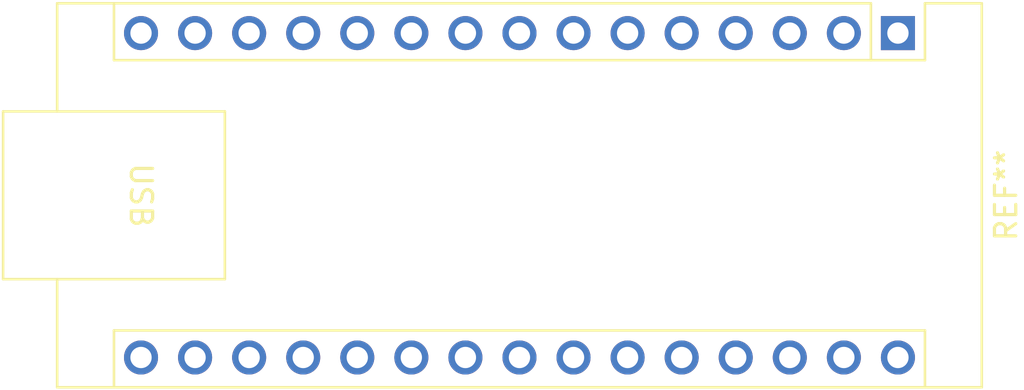
<source format=kicad_pcb>
(kicad_pcb (version 20211014) (generator pcbnew)
  (layers (0 "F.Cu" signal) (31 "B.Cu" signal) (34 "B.Paste" user) (35 "F.Paste" user) (36 "B.SilkS" user "B.Silkscreen") (37 "F.SilkS" user "F.Silkscreen") (38 "B.Mask" user) (39 "F.Mask" user) (44 "Edge.Cuts" user))
  (net 0 "")
  (footprint "Module:Arduino_Nano" (layer "F.Cu") (at 71.12 27.94 -90)
    (fp_text reference "REF**" (at 7.62 -5.08 90) (layer "F.SilkS"))
    (fp_text value "Arduino_Nano")
    (fp_text user "USB" (at 7.62 35.56 -90 unlocked) (layer "F.SilkS"))
    (fp_line (start -1.4 39.5) (end 3.68 39.5) (layer "F.SilkS") (width 0.12))
    (fp_line (start 11.56 31.62) (end 11.56 42.04) (layer "F.SilkS") (width 0.12))
    (fp_line (start 13.97 -1.27) (end 16.64 -1.27) (layer "F.SilkS") (width 0.12))
    (fp_line (start 16.64 -3.94) (end -1.4 -3.94) (layer "F.SilkS") (width 0.12))
    (fp_line (start -1.4 1.27) (end -1.4 39.5) (layer "F.SilkS") (width 0.12))
    (fp_line (start 13.97 36.83) (end 16.64 36.83) (layer "F.SilkS") (width 0.12))
    (fp_line (start 16.64 39.5) (end 11.56 39.5) (layer "F.SilkS") (width 0.12))
    (fp_line (start 1.27 36.83) (end -1.4 36.83) (layer "F.SilkS") (width 0.12))
    (fp_line (start 16.64 39.5) (end 16.64 -3.94) (layer "F.SilkS") (width 0.12))
    (fp_line (start 1.27 -1.27) (end -1.4 -1.27) (layer "F.SilkS") (width 0.12))
    (fp_line (start 1.27 1.27) (end 1.27 36.83) (layer "F.SilkS") (width 0.12))
    (fp_line (start 3.68 31.62) (end 11.56 31.62) (layer "F.SilkS") (width 0.12))
    (fp_line (start 3.68 42.04) (end 3.68 31.62) (layer "F.SilkS") (width 0.12))
    (fp_line (start 13.97 -1.27) (end 13.97 36.83) (layer "F.SilkS") (width 0.12))
    (fp_line (start 1.27 1.27) (end 1.27 -1.27) (layer "F.SilkS") (width 0.12))
    (fp_line (start -1.4 -3.94) (end -1.4 -1.27) (layer "F.SilkS") (width 0.12))
    (fp_line (start 1.27 1.27) (end -1.4 1.27) (layer "F.SilkS") (width 0.12))
    (fp_line (start 11.56 42.04) (end 3.68 42.04) (layer "F.SilkS") (width 0.12))
    (pad "1" thru_hole rect (at 0 0 270) (size 1.6 1.6) (drill 1) (layers *.Cu *.Mask))
    (pad "2" thru_hole oval (at 0 2.54 270) (size 1.6 1.6) (drill 1) (layers *.Cu *.Mask))
    (pad "3" thru_hole oval (at 0 5.08 270) (size 1.6 1.6) (drill 1) (layers *.Cu *.Mask))
    (pad "4" thru_hole oval (at 0 7.62 270) (size 1.6 1.6) (drill 1) (layers *.Cu *.Mask))
    (pad "5" thru_hole oval (at 0 10.16 270) (size 1.6 1.6) (drill 1) (layers *.Cu *.Mask))
    (pad "6" thru_hole oval (at 0 12.7 270) (size 1.6 1.6) (drill 1) (layers *.Cu *.Mask))
    (pad "7" thru_hole oval (at 0 15.24 270) (size 1.6 1.6) (drill 1) (layers *.Cu *.Mask))
    (pad "8" thru_hole oval (at 0 17.78 270) (size 1.6 1.6) (drill 1) (layers *.Cu *.Mask))
    (pad "9" thru_hole oval (at 0 20.32 270) (size 1.6 1.6) (drill 1) (layers *.Cu *.Mask))
    (pad "10" thru_hole oval (at 0 22.86 270) (size 1.6 1.6) (drill 1) (layers *.Cu *.Mask))
    (pad "11" thru_hole oval (at 0 25.4 270) (size 1.6 1.6) (drill 1) (layers *.Cu *.Mask))
    (pad "12" thru_hole oval (at 0 27.94 270) (size 1.6 1.6) (drill 1) (layers *.Cu *.Mask))
    (pad "13" thru_hole oval (at 0 30.48 270) (size 1.6 1.6) (drill 1) (layers *.Cu *.Mask))
    (pad "14" thru_hole oval (at 0 33.02 270) (size 1.6 1.6) (drill 1) (layers *.Cu *.Mask))
    (pad "15" thru_hole oval (at 0 35.56 270) (size 1.6 1.6) (drill 1) (layers *.Cu *.Mask))
    (pad "16" thru_hole oval (at 15.24 35.56 270) (size 1.6 1.6) (drill 1) (layers *.Cu *.Mask))
    (pad "17" thru_hole oval (at 15.24 33.02 270) (size 1.6 1.6) (drill 1) (layers *.Cu *.Mask))
    (pad "18" thru_hole oval (at 15.24 30.48 270) (size 1.6 1.6) (drill 1) (layers *.Cu *.Mask))
    (pad "19" thru_hole oval (at 15.24 27.94 270) (size 1.6 1.6) (drill 1) (layers *.Cu *.Mask))
    (pad "20" thru_hole oval (at 15.24 25.4 270) (size 1.6 1.6) (drill 1) (layers *.Cu *.Mask))
    (pad "21" thru_hole oval (at 15.24 22.86 270) (size 1.6 1.6) (drill 1) (layers *.Cu *.Mask))
    (pad "22" thru_hole oval (at 15.24 20.32 270) (size 1.6 1.6) (drill 1) (layers *.Cu *.Mask))
    (pad "23" thru_hole oval (at 15.24 17.78 270) (size 1.6 1.6) (drill 1) (layers *.Cu *.Mask))
    (pad "24" thru_hole oval (at 15.24 15.24 270) (size 1.6 1.6) (drill 1) (layers *.Cu *.Mask))
    (pad "25" thru_hole oval (at 15.24 12.7 270) (size 1.6 1.6) (drill 1) (layers *.Cu *.Mask))
    (pad "26" thru_hole oval (at 15.24 10.16 270) (size 1.6 1.6) (drill 1) (layers *.Cu *.Mask))
    (pad "27" thru_hole oval (at 15.24 7.62 270) (size 1.6 1.6) (drill 1) (layers *.Cu *.Mask))
    (pad "28" thru_hole oval (at 15.24 5.08 270) (size 1.6 1.6) (drill 1) (layers *.Cu *.Mask))
    (pad "29" thru_hole oval (at 15.24 2.54 270) (size 1.6 1.6) (drill 1) (layers *.Cu *.Mask))
    (pad "30" thru_hole oval (at 15.24 0 270) (size 1.6 1.6) (drill 1) (layers *.Cu *.Mask))
  )
)
</source>
